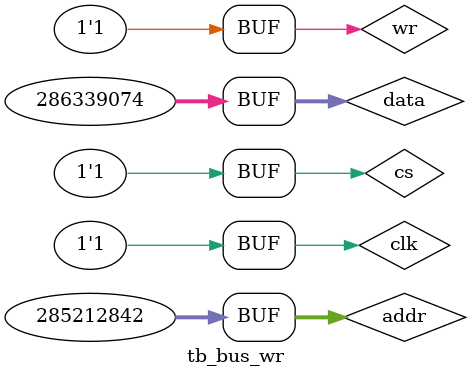
<source format=v>
module tb_bus_wr (
    
);//具有写操作的AHB总线功能模型
reg clk;
reg cs;//片选信号，低电平有效
reg wr;//写信号，低电平有效
reg [31:0] addr;
reg [31:0] data;
initial begin
$dumpfile("tb_bus_wr");
$dumpvars(1,tb_bus_wr);
end
initial begin
    clk=1;
    repeat(100)begin
      #5 clk=~clk;
    end
end
initial begin
    cs=1'b1;wr=1'b1;
    #30;
    bus_wr(32'h1100008a,32'h11113000);//调用了bus_wr的任务模块
    bus_wr(32'h1100009a,32'h1113001);
    bus_wr(32'h110000aa,32'h11113002);
    bus_wr(32'h1100008a,32'h11113000);
    bus_wr(32'h1100009a,32'h1113001);
    bus_wr(32'h110000aa,32'h11113002);
end
    task bus_wr;
    input [31:0]ADDR;
    input [31:0]DATA;
    begin
      #10cs=1'b0;
      wr=1'b0;
      addr=ADDR;//addr是顶层模块选取地址操作，ADDR是外部给出的地址值
      data=DATA;
      #30 cs=1'b1;wr=1'b1;
    end
    endtask
endmodule
</source>
